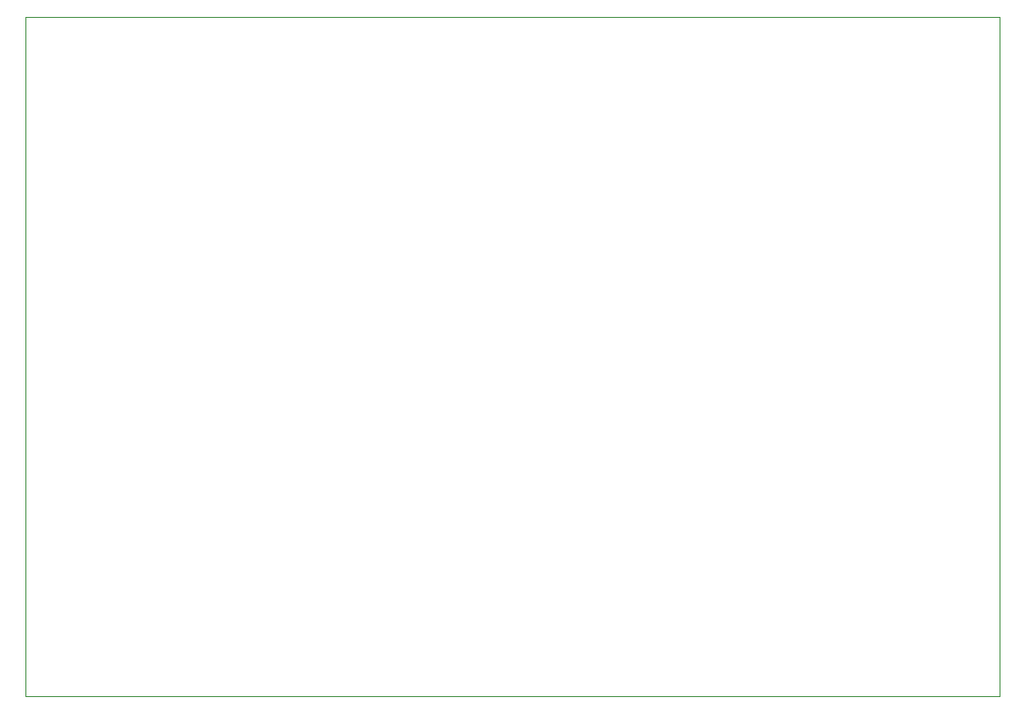
<source format=gbr>
%TF.GenerationSoftware,KiCad,Pcbnew,(6.0.7)*%
%TF.CreationDate,2023-04-14T13:01:05-04:00*%
%TF.ProjectId,NPN Tracer V2a,4e504e20-5472-4616-9365-72205632612e,rev?*%
%TF.SameCoordinates,Original*%
%TF.FileFunction,Profile,NP*%
%FSLAX46Y46*%
G04 Gerber Fmt 4.6, Leading zero omitted, Abs format (unit mm)*
G04 Created by KiCad (PCBNEW (6.0.7)) date 2023-04-14 13:01:05*
%MOMM*%
%LPD*%
G01*
G04 APERTURE LIST*
%TA.AperFunction,Profile*%
%ADD10C,0.100000*%
%TD*%
G04 APERTURE END LIST*
D10*
X46799500Y-66738500D02*
X134429500Y-66738500D01*
X134429500Y-66738500D02*
X134429500Y-127889000D01*
X134429500Y-127889000D02*
X46799500Y-127889000D01*
X46799500Y-127889000D02*
X46799500Y-66738500D01*
M02*

</source>
